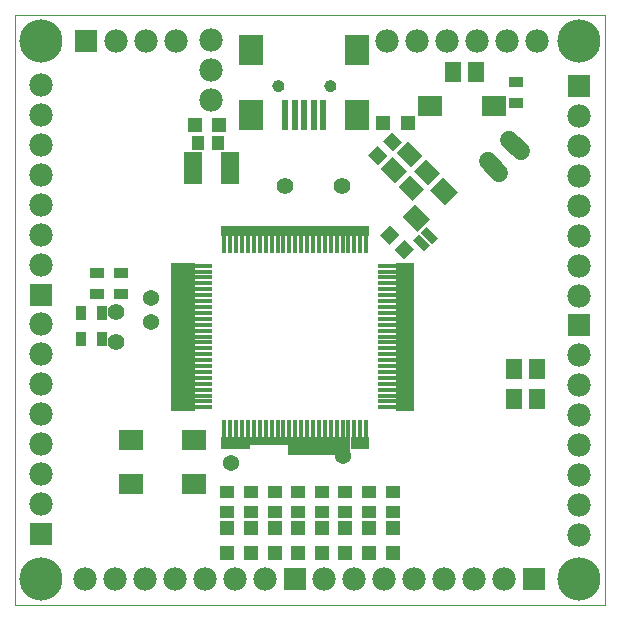
<source format=gts>
G75*
G70*
%OFA0B0*%
%FSLAX24Y24*%
%IPPOS*%
%LPD*%
%AMOC8*
5,1,8,0,0,1.08239X$1,22.5*
%
%ADD10C,0.0000*%
%ADD11R,0.0787X0.4921*%
%ADD12R,0.0591X0.4921*%
%ADD13R,0.4921X0.0344*%
%ADD14R,0.0591X0.0394*%
%ADD15R,0.1280X0.0295*%
%ADD16R,0.2067X0.0591*%
%ADD17R,0.0640X0.0394*%
%ADD18R,0.0394X0.0394*%
%ADD19R,0.0591X0.0158*%
%ADD20R,0.0158X0.0591*%
%ADD21R,0.0827X0.0670*%
%ADD22C,0.0780*%
%ADD23R,0.0552X0.0670*%
%ADD24R,0.0512X0.0355*%
%ADD25C,0.0560*%
%ADD26R,0.0355X0.0512*%
%ADD27R,0.0237X0.1024*%
%ADD28R,0.0827X0.1024*%
%ADD29C,0.0394*%
%ADD30R,0.0434X0.0473*%
%ADD31C,0.0600*%
%ADD32R,0.0590X0.0710*%
%ADD33R,0.0512X0.0512*%
%ADD34R,0.0473X0.0434*%
%ADD35R,0.0780X0.0780*%
%ADD36R,0.0590X0.1060*%
%ADD37C,0.0540*%
%ADD38C,0.1440*%
%ADD39R,0.0290X0.0540*%
D10*
X001774Y000741D02*
X001774Y020426D01*
X021459Y020426D01*
X021459Y000741D01*
X001774Y000741D01*
X010377Y018063D02*
X010379Y018089D01*
X010385Y018115D01*
X010395Y018140D01*
X010408Y018163D01*
X010424Y018183D01*
X010444Y018201D01*
X010466Y018216D01*
X010489Y018228D01*
X010515Y018236D01*
X010541Y018240D01*
X010567Y018240D01*
X010593Y018236D01*
X010619Y018228D01*
X010643Y018216D01*
X010664Y018201D01*
X010684Y018183D01*
X010700Y018163D01*
X010713Y018140D01*
X010723Y018115D01*
X010729Y018089D01*
X010731Y018063D01*
X010729Y018037D01*
X010723Y018011D01*
X010713Y017986D01*
X010700Y017963D01*
X010684Y017943D01*
X010664Y017925D01*
X010642Y017910D01*
X010619Y017898D01*
X010593Y017890D01*
X010567Y017886D01*
X010541Y017886D01*
X010515Y017890D01*
X010489Y017898D01*
X010465Y017910D01*
X010444Y017925D01*
X010424Y017943D01*
X010408Y017963D01*
X010395Y017986D01*
X010385Y018011D01*
X010379Y018037D01*
X010377Y018063D01*
X012109Y018063D02*
X012111Y018089D01*
X012117Y018115D01*
X012127Y018140D01*
X012140Y018163D01*
X012156Y018183D01*
X012176Y018201D01*
X012198Y018216D01*
X012221Y018228D01*
X012247Y018236D01*
X012273Y018240D01*
X012299Y018240D01*
X012325Y018236D01*
X012351Y018228D01*
X012375Y018216D01*
X012396Y018201D01*
X012416Y018183D01*
X012432Y018163D01*
X012445Y018140D01*
X012455Y018115D01*
X012461Y018089D01*
X012463Y018063D01*
X012461Y018037D01*
X012455Y018011D01*
X012445Y017986D01*
X012432Y017963D01*
X012416Y017943D01*
X012396Y017925D01*
X012374Y017910D01*
X012351Y017898D01*
X012325Y017890D01*
X012299Y017886D01*
X012273Y017886D01*
X012247Y017890D01*
X012221Y017898D01*
X012197Y017910D01*
X012176Y017925D01*
X012156Y017943D01*
X012140Y017963D01*
X012127Y017986D01*
X012117Y018011D01*
X012111Y018037D01*
X012109Y018063D01*
D11*
X007384Y009697D03*
D12*
X014766Y009697D03*
D13*
X011124Y013216D03*
D14*
X009304Y006154D03*
D15*
X010239Y006203D03*
D16*
X011912Y006056D03*
D17*
X013265Y006154D03*
D18*
X008861Y006154D03*
D19*
X008054Y007335D03*
X008054Y007532D03*
X008054Y007729D03*
X008054Y007926D03*
X008054Y008122D03*
X008054Y008319D03*
X008054Y008516D03*
X008054Y008713D03*
X008054Y008910D03*
X008054Y009107D03*
X008054Y009304D03*
X008054Y009500D03*
X008054Y009697D03*
X008054Y009894D03*
X008054Y010091D03*
X008054Y010288D03*
X008054Y010485D03*
X008054Y010681D03*
X008054Y010878D03*
X008054Y011075D03*
X008054Y011272D03*
X008054Y011469D03*
X008054Y011666D03*
X008054Y011863D03*
X008054Y012059D03*
X014195Y012059D03*
X014195Y011863D03*
X014195Y011666D03*
X014195Y011469D03*
X014195Y011272D03*
X014195Y011075D03*
X014195Y010878D03*
X014195Y010681D03*
X014195Y010485D03*
X014195Y010288D03*
X014195Y010091D03*
X014195Y009894D03*
X014195Y009697D03*
X014195Y009500D03*
X014195Y009304D03*
X014195Y009107D03*
X014195Y008910D03*
X014195Y008713D03*
X014195Y008516D03*
X014195Y008319D03*
X014195Y008122D03*
X014195Y007926D03*
X014195Y007729D03*
X014195Y007532D03*
X014195Y007335D03*
D20*
X013487Y006626D03*
X013290Y006626D03*
X013093Y006626D03*
X012896Y006626D03*
X012699Y006626D03*
X012502Y006626D03*
X012306Y006626D03*
X012109Y006626D03*
X011912Y006626D03*
X011715Y006626D03*
X011518Y006626D03*
X011321Y006626D03*
X011124Y006626D03*
X010928Y006626D03*
X010731Y006626D03*
X010534Y006626D03*
X010337Y006626D03*
X010140Y006626D03*
X009943Y006626D03*
X009746Y006626D03*
X009550Y006626D03*
X009353Y006626D03*
X009156Y006626D03*
X008959Y006626D03*
X008762Y006626D03*
X008762Y012768D03*
X008959Y012768D03*
X009156Y012768D03*
X009353Y012768D03*
X009550Y012768D03*
X009746Y012768D03*
X009943Y012768D03*
X010140Y012768D03*
X010337Y012768D03*
X010534Y012768D03*
X010731Y012768D03*
X010928Y012768D03*
X011124Y012768D03*
X011321Y012768D03*
X011518Y012768D03*
X011715Y012768D03*
X011912Y012768D03*
X012109Y012768D03*
X012306Y012768D03*
X012502Y012768D03*
X012699Y012768D03*
X012896Y012768D03*
X013093Y012768D03*
X013290Y012768D03*
X013487Y012768D03*
D21*
X015628Y017390D03*
X017754Y017390D03*
X007758Y006252D03*
X007758Y004776D03*
X005632Y004776D03*
X005632Y006252D03*
D22*
X002660Y006103D03*
X002660Y007103D03*
X002660Y008103D03*
X002660Y009103D03*
X002660Y010103D03*
X002660Y012075D03*
X002660Y013075D03*
X002660Y014075D03*
X002660Y015075D03*
X002660Y016075D03*
X002660Y017075D03*
X002660Y018075D03*
X005136Y019540D03*
X006136Y019540D03*
X007136Y019540D03*
X008319Y019571D03*
X008319Y018571D03*
X008319Y017571D03*
X014176Y019540D03*
X015176Y019540D03*
X016176Y019540D03*
X017176Y019540D03*
X018176Y019540D03*
X019176Y019540D03*
X020573Y017063D03*
X020573Y016063D03*
X020573Y015063D03*
X020573Y014063D03*
X020573Y013063D03*
X020573Y012063D03*
X020573Y011063D03*
X020573Y009091D03*
X020573Y008091D03*
X020573Y007091D03*
X020573Y006091D03*
X020573Y005091D03*
X020573Y004091D03*
X020573Y003091D03*
X018097Y001626D03*
X017097Y001626D03*
X016097Y001626D03*
X015097Y001626D03*
X014097Y001626D03*
X013097Y001626D03*
X012097Y001626D03*
X010124Y001626D03*
X009124Y001626D03*
X008124Y001626D03*
X007124Y001626D03*
X006124Y001626D03*
X005124Y001626D03*
X004124Y001626D03*
X002660Y004103D03*
X002660Y005103D03*
D23*
G36*
X014562Y014690D02*
X014953Y015081D01*
X015426Y014608D01*
X015035Y014217D01*
X014562Y014690D01*
G37*
G36*
X013971Y015281D02*
X014362Y015672D01*
X014835Y015199D01*
X014444Y014808D01*
X013971Y015281D01*
G37*
G36*
X014500Y015810D02*
X014891Y016201D01*
X015364Y015728D01*
X014973Y015337D01*
X014500Y015810D01*
G37*
G36*
X015091Y015219D02*
X015482Y015610D01*
X015955Y015137D01*
X015564Y014746D01*
X015091Y015219D01*
G37*
X016386Y018516D03*
X017134Y018516D03*
X018428Y008615D03*
X019176Y008615D03*
X019176Y007630D03*
X018428Y007630D03*
D24*
X005317Y011115D03*
X005317Y011823D03*
X004530Y011823D03*
X004530Y011115D03*
X018485Y017483D03*
X018485Y018191D03*
D25*
X012665Y014717D03*
X010765Y014717D03*
X005140Y010516D03*
X005140Y009516D03*
D26*
X004687Y009599D03*
X003979Y009599D03*
X003979Y010485D03*
X004687Y010485D03*
D27*
X010790Y017079D03*
X011105Y017079D03*
X011420Y017079D03*
X011735Y017079D03*
X012050Y017079D03*
D28*
X013191Y017079D03*
X013191Y019244D03*
X009648Y019244D03*
X009648Y017079D03*
D29*
X010554Y018063D03*
X012286Y018063D03*
D30*
G36*
X014673Y016183D02*
X014366Y015876D01*
X014033Y016209D01*
X014340Y016516D01*
X014673Y016183D01*
G37*
G36*
X014200Y015709D02*
X013893Y015402D01*
X013560Y015735D01*
X013867Y016042D01*
X014200Y015709D01*
G37*
G36*
X014287Y013400D02*
X014594Y013093D01*
X014261Y012760D01*
X013954Y013067D01*
X014287Y013400D01*
G37*
G36*
X014760Y012926D02*
X015067Y012619D01*
X014734Y012286D01*
X014427Y012593D01*
X014760Y012926D01*
G37*
X008557Y016162D03*
X007888Y016162D03*
D31*
X017532Y015557D02*
X017928Y015161D01*
X018635Y015869D02*
X018239Y016265D01*
D32*
G36*
X015618Y014593D02*
X016035Y015010D01*
X016536Y014509D01*
X016119Y014092D01*
X015618Y014593D01*
G37*
G36*
X014699Y013688D02*
X015116Y014105D01*
X015617Y013604D01*
X015200Y013187D01*
X014699Y013688D01*
G37*
D33*
X014884Y016825D03*
X014057Y016825D03*
X008597Y016764D03*
X007770Y016764D03*
X008861Y003319D03*
X009648Y003319D03*
X010435Y003319D03*
X011223Y003319D03*
X012010Y003319D03*
X012798Y003319D03*
X013585Y003319D03*
X014372Y003319D03*
X014372Y002493D03*
X013585Y002493D03*
X012798Y002493D03*
X012010Y002493D03*
X011223Y002493D03*
X010435Y002493D03*
X009648Y002493D03*
X008861Y002493D03*
D34*
X008861Y003851D03*
X009648Y003851D03*
X010435Y003851D03*
X011223Y003851D03*
X012010Y003851D03*
X012798Y003851D03*
X013585Y003851D03*
X014372Y003851D03*
X014372Y004520D03*
X013585Y004520D03*
X012798Y004520D03*
X012010Y004520D03*
X011223Y004520D03*
X010435Y004520D03*
X009648Y004520D03*
X008861Y004520D03*
D35*
X011124Y001626D03*
X019097Y001626D03*
X020573Y010091D03*
X020573Y018063D03*
X004136Y019540D03*
X002660Y011075D03*
X002660Y003103D03*
D36*
X007699Y015315D03*
X008959Y015315D03*
D37*
X006302Y010977D03*
X006302Y010189D03*
X008998Y005487D03*
X012699Y005711D03*
D38*
X020573Y001626D03*
X002660Y001626D03*
X002660Y019540D03*
X020573Y019540D03*
D39*
G36*
X015873Y012983D02*
X015668Y012778D01*
X015287Y013159D01*
X015492Y013364D01*
X015873Y012983D01*
G37*
G36*
X015623Y012732D02*
X015418Y012527D01*
X015037Y012908D01*
X015242Y013113D01*
X015623Y012732D01*
G37*
M02*

</source>
